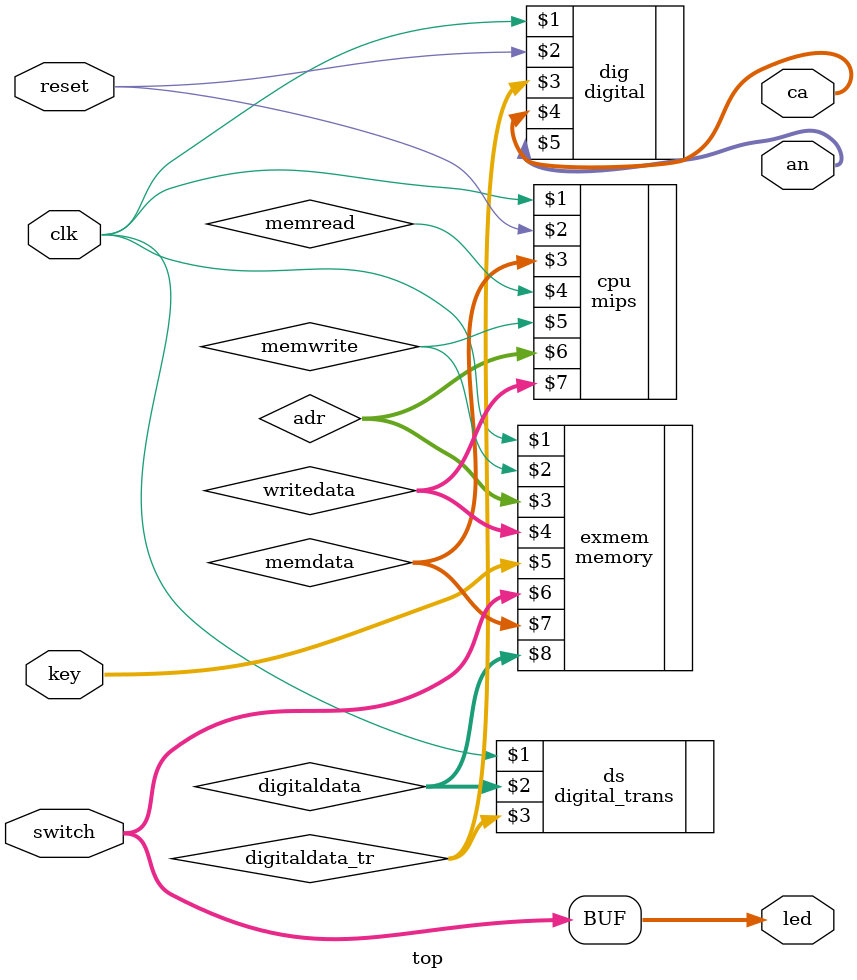
<source format=v>
`timescale 1ns / 1ps


module top#(parameter WIDTH=32,REGBITS=5)(
    input [15:0] switch,    //拨码输入
    input [1:0] key,        //中键（确认输入）及右键（验证码重新生成）
    input clk,              //时钟
    input reset,            //系统复位
    output [7:0] ca,         //数码管段选信号
    output [3:0] an,         //数码管位选信号
    output [15:0] led);      //显示拨码输入的led

    //信号
    wire memread, memwrite; //存储器读写信号

    //地址
    wire [15:0] adr;        //地址线

    //数据
    wire [WIDTH-1:0] writedata; //存储器写入数据
    wire [WIDTH-1:0] memdata;   //存储器读出数据

    //外设数据
    wire [31:0] digitaldata;    //数码管显示值（ASCII）
    wire [31:0] digitaldata_tr; //数码管显示值（数码管编码）

    assign led = switch;
    
    //CPU
    mips #(WIDTH,REGBITS) cpu(clk, reset, memdata, memread, memwrite, adr, writedata);

    //主存，外设数据直接写入
    memory #(WIDTH) exmem(clk, memwrite, adr, writedata, key, switch, memdata, digitaldata);

    //将memory输出的ASCII值转码成数码管显示要用的数码管编码
    digital_trans ds(clk, digitaldata, digitaldata_tr);
    
    //数码管显示模块
    digital dig(clk,reset,digitaldata_tr,ca,an);
endmodule


</source>
